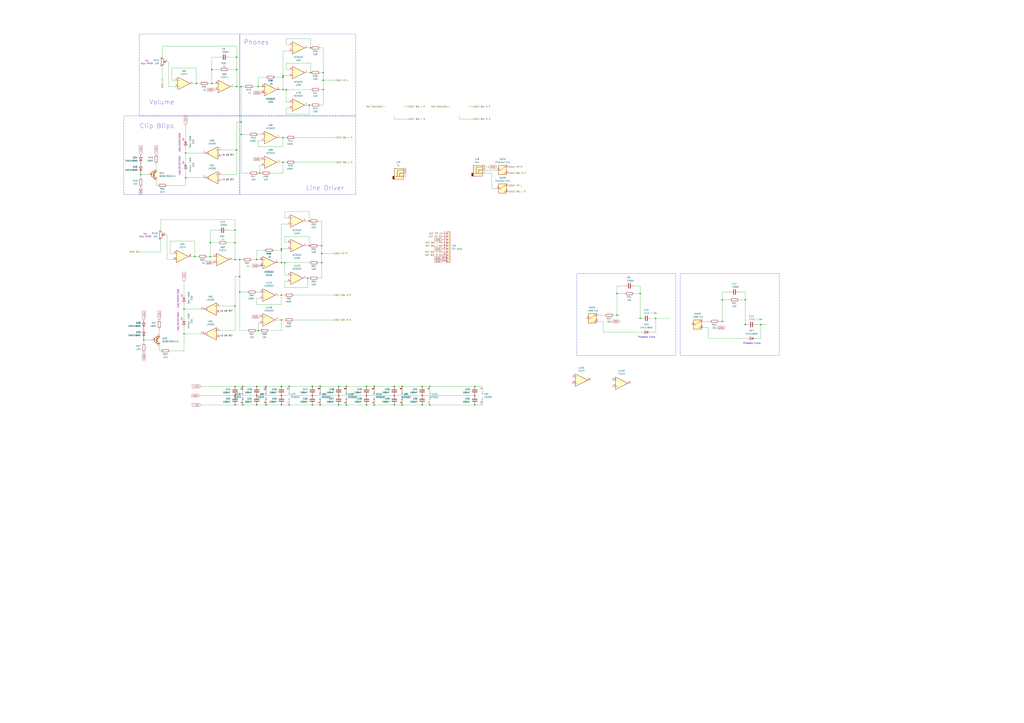
<source format=kicad_sch>
(kicad_sch (version 20231120) (generator "eeschema") (generator_version "8.0")
  (paper "A1")
  (title_block (title "Audio Thing Template") (rev "1.0") (company "velvia-fifty") (comment 1 "https://github.com/velvia-fifty/AudioThings") (comment 2 "You should have changed this already :)") (comment 4 "Stay humble"))
  (junction (at 307.34 317.5))
  (junction (at 231.14 332.74))
  (junction (at 196.85 227.33))
  (junction (at 538.48 261.62))
  (junction (at 264.16 215.9))
  (junction (at 278.13 332.74))
  (junction (at 213.36 142.24))
  (junction (at 307.34 332.74))
  (junction (at 210.82 332.74))
  (junction (at 284.48 317.5))
  (junction (at 346.71 325.12))
  (junction (at 300.99 317.5))
  (junction (at 198.12 110.49))
  (junction (at 525.78 261.62))
  (junction (at 193.04 189.23))
  (junction (at 152.4 125.73))
  (junction (at 193.04 317.5))
  (junction (at 612.14 246.38))
  (junction (at 196.85 213.36))
  (junction (at 264.16 201.93))
  (junction (at 231.14 325.12))
  (junction (at 194.31 46.99))
  (junction (at 330.2 332.74))
  (junction (at 389.89 317.5))
  (junction (at 194.31 57.15))
  (junction (at 172.72 210.82))
  (junction (at 194.31 71.12))
  (junction (at 234.95 73.66))
  (junction (at 193.04 199.39))
  (junction (at 256.54 317.5))
  (junction (at 237.49 317.5))
  (junction (at 330.2 317.5))
  (junction (at 262.89 332.74))
  (junction (at 593.09 246.38))
  (junction (at 231.14 242.57))
  (junction (at 160.02 210.82))
  (junction (at 262.89 317.5))
  (junction (at 193.04 251.46))
  (junction (at 210.82 325.12))
  (junction (at 264.16 208.28))
  (junction (at 212.09 71.12))
  (junction (at 256.54 332.74))
  (junction (at 151.13 274.32))
  (junction (at 237.49 332.74))
  (junction (at 323.85 317.5))
  (junction (at 115.57 143.51))
  (junction (at 624.84 266.7))
  (junction (at 218.44 317.5))
  (junction (at 278.13 317.5))
  (junction (at 232.41 62.23))
  (junction (at 254 201.93))
  (junction (at 265.43 73.66))
  (junction (at 232.41 63.5))
  (junction (at 210.82 317.5))
  (junction (at 323.85 325.12))
  (junction (at 232.41 73.66))
  (junction (at 196.85 240.03))
  (junction (at 212.09 271.78))
  (junction (at 612.14 266.7))
  (junction (at 199.39 332.74))
  (junction (at 173.99 68.58))
  (junction (at 256.54 325.12))
  (junction (at 231.14 204.47))
  (junction (at 231.14 215.9))
  (junction (at 525.78 241.3))
  (junction (at 353.06 317.5))
  (junction (at 194.31 123.19))
  (junction (at 389.89 332.74))
  (junction (at 161.29 68.58))
  (junction (at 265.43 59.69))
  (junction (at 198.12 100.33))
  (junction (at 255.27 59.69))
  (junction (at 118.11 279.4))
  (junction (at 198.12 71.12))
  (junction (at 254 86.36))
  (junction (at 199.39 317.5))
  (junction (at 193.04 213.36))
  (junction (at 346.71 332.74))
  (junction (at 278.13 325.12))
  (junction (at 151.13 254))
  (junction (at 346.71 317.5))
  (junction (at 506.73 241.3))
  (junction (at 231.14 317.5))
  (junction (at 284.48 332.74))
  (junction (at 218.44 332.74))
  (junction (at 353.06 332.74))
  (junction (at 232.41 113.03))
  (junction (at 300.99 332.74))
  (junction (at 173.99 57.15))
  (junction (at 323.85 332.74))
  (junction (at 152.4 146.05))
  (junction (at 506.73 259.08))
  (junction (at 254 181.61))
  (junction (at 210.82 213.36))
  (junction (at 232.41 133.35))
  (junction (at 593.09 264.16))
  (junction (at 252.73 228.6))
  (junction (at 265.43 66.04))
  (junction (at 172.72 199.39))
  (junction (at 231.14 205.74))
  (junction (at 255.27 39.37))
  (junction (at 193.04 332.74))
  (junction (at 389.89 325.12))
  (junction (at 233.68 215.9))
  (junction (at 193.04 325.12))
  (junction (at 231.14 262.89))
  (junction (at 300.99 325.12))
  (wire (pts (xy 612.14 246.38) (xy 612.14 240.03)))
  (wire (pts (xy 520.7 241.3) (xy 525.78 241.3)))
  (wire (pts (xy 199.39 317.5) (xy 210.82 317.5)))
  (wire (pts (xy 262.89 59.69) (xy 265.43 59.69)))
  (wire (pts (xy 254 215.9) (xy 233.68 215.9)))
  (wire (pts (xy 176.53 68.58) (xy 173.99 68.58)))
  (wire (pts (xy 264.16 215.9) (xy 261.62 215.9)))
  (wire (pts (xy 213.36 142.24) (xy 213.36 135.89)))
  (wire (pts (xy 173.99 46.99) (xy 173.99 57.15)))
  (wire (pts (xy 194.31 123.19) (xy 194.31 143.51)))
  (wire (pts (xy 237.49 62.23) (xy 232.41 62.23)))
  (wire (pts (xy 300.99 317.5) (xy 307.34 317.5)))
  (wire (pts (xy 135.89 193.04) (xy 137.16 193.04)))
  (wire (pts (xy 367.03 87.63) (xy 369.57 87.63)))
  (wire (pts (xy 165.1 317.5) (xy 193.04 317.5)))
  (wire (pts (xy 254 93.98) (xy 254 86.36)))
  (wire (pts (xy 233.68 215.9) (xy 233.68 226.06)))
  (wire (pts (xy 218.44 63.5) (xy 212.09 63.5)))
  (wire (pts (xy 377.19 97.79) (xy 377.19 95.25)))
  (wire (pts (xy 194.31 46.99) (xy 194.31 38.1)))
  (wire (pts (xy 255.27 39.37) (xy 255.27 31.75)))
  (wire (pts (xy 232.41 113.03) (xy 229.87 113.03)))
  (wire (pts (xy 265.43 73.66) (xy 265.43 66.04)))
  (wire (pts (xy 232.41 120.65) (xy 232.41 113.03)))
  (wire (pts (xy 613.41 266.7) (xy 612.14 266.7)))
  (wire (pts (xy 186.69 189.23) (xy 193.04 189.23)))
  (wire (pts (xy 128.27 134.62) (xy 128.27 138.43)))
  (wire (pts (xy 231.14 262.89) (xy 228.6 262.89)))
  (wire (pts (xy 265.43 73.66) (xy 262.89 73.66)))
  (wire (pts (xy 163.83 68.58) (xy 161.29 68.58)))
  (wire (pts (xy 118.11 278.13) (xy 118.11 279.4)))
  (wire (pts (xy 346.71 317.5) (xy 353.06 317.5)))
  (wire (pts (xy 265.43 59.69) (xy 265.43 66.04)))
  (wire (pts (xy 193.04 189.23) (xy 193.04 180.34)))
  (wire (pts (xy 335.28 97.79) (xy 323.85 97.79)))
  (wire (pts (xy 213.36 135.89) (xy 214.63 135.89)))
  (wire (pts (xy 139.7 208.28) (xy 139.7 198.12)))
  (wire (pts (xy 621.03 278.13) (xy 624.84 278.13)))
  (wire (pts (xy 213.36 245.11) (xy 210.82 245.11)))
  (wire (pts (xy 255.27 52.07) (xy 255.27 59.69)))
  (wire (pts (xy 262.89 86.36) (xy 265.43 86.36)))
  (wire (pts (xy 307.34 317.5) (xy 323.85 317.5)))
  (wire (pts (xy 115.57 146.05) (xy 115.57 143.51)))
  (wire (pts (xy 196.85 213.36) (xy 199.39 213.36)))
  (wire (pts (xy 224.79 205.74) (xy 231.14 205.74)))
  (wire (pts (xy 173.99 57.15) (xy 180.34 57.15)))
  (wire (pts (xy 323.85 97.79) (xy 323.85 95.25)))
  (wire (pts (xy 138.43 50.8) (xy 138.43 71.12)))
  (wire (pts (xy 193.04 213.36) (xy 196.85 213.36)))
  (wire (pts (xy 527.05 273.05) (xy 495.3 273.05)))
  (wire (pts (xy 214.63 115.57) (xy 212.09 115.57)))
  (wire (pts (xy 599.44 240.03) (xy 593.09 240.03)))
  (wire (pts (xy 199.39 332.74) (xy 210.82 332.74)))
  (wire (pts (xy 193.04 189.23) (xy 193.04 199.39)))
  (wire (pts (xy 181.61 123.19) (xy 194.31 123.19)))
  (wire (pts (xy 132.08 196.85) (xy 132.08 207.01)))
  (wire (pts (xy 172.72 189.23) (xy 172.72 199.39)))
  (wire (pts (xy 236.22 231.14) (xy 233.68 231.14)))
  (wire (pts (xy 218.44 332.74) (xy 231.14 332.74)))
  (wire (pts (xy 256.54 317.5) (xy 262.89 317.5)))
  (wire (pts (xy 264.16 201.93) (xy 264.16 208.28)))
  (wire (pts (xy 252.73 228.6) (xy 251.46 228.6)))
  (wire (pts (xy 234.95 88.9) (xy 234.95 93.98)))
  (wire (pts (xy 236.22 199.39) (xy 233.68 199.39)))
  (wire (pts (xy 231.14 271.78) (xy 231.14 262.89)))
  (wire (pts (xy 233.68 231.14) (xy 233.68 236.22)))
  (wire (pts (xy 151.13 288.29) (xy 151.13 274.32)))
  (wire (pts (xy 262.89 317.5) (xy 278.13 317.5)))
  (wire (pts (xy 214.63 142.24) (xy 213.36 142.24)))
  (wire (pts (xy 140.97 55.88) (xy 161.29 55.88)))
  (wire (pts (xy 506.73 234.95) (xy 506.73 241.3)))
  (wire (pts (xy 130.81 270.51) (xy 130.81 274.32)))
  (wire (pts (xy 242.57 113.03) (xy 275.59 113.03)))
  (wire (pts (xy 330.2 332.74) (xy 346.71 332.74)))
  (wire (pts (xy 231.14 205.74) (xy 231.14 215.9)))
  (wire (pts (xy 180.34 46.99) (xy 173.99 46.99)))
  (wire (pts (xy 254 181.61) (xy 254 173.99)))
  (wire (pts (xy 278.13 332.74) (xy 284.48 332.74)))
  (wire (pts (xy 193.04 325.12) (xy 210.82 325.12)))
  (wire (pts (xy 231.14 250.19) (xy 231.14 242.57)))
  (wire (pts (xy 506.73 241.3) (xy 506.73 259.08)))
  (wire (pts (xy 194.31 71.12) (xy 191.77 71.12)))
  (wire (pts (xy 254 194.31) (xy 254 201.93)))
  (wire (pts (xy 132.08 180.34) (xy 132.08 189.23)))
  (wire (pts (xy 165.1 332.74) (xy 193.04 332.74)))
  (wire (pts (xy 353.06 332.74) (xy 389.89 332.74)))
  (wire (pts (xy 513.08 241.3) (xy 506.73 241.3)))
  (wire (pts (xy 161.29 55.88) (xy 161.29 68.58)))
  (wire (pts (xy 254 228.6) (xy 252.73 228.6)))
  (wire (pts (xy 237.49 88.9) (xy 234.95 88.9)))
  (wire (pts (xy 222.25 142.24) (xy 232.41 142.24)))
  (wire (pts (xy 264.16 215.9) (xy 264.16 208.28)))
  (wire (pts (xy 231.14 184.15) (xy 231.14 204.47)))
  (wire (pts (xy 115.57 143.51) (xy 120.65 143.51)))
  (wire (pts (xy 504.19 259.08) (xy 506.73 259.08)))
  (wire (pts (xy 232.41 142.24) (xy 232.41 133.35)))
  (wire (pts (xy 300.99 332.74) (xy 307.34 332.74)))
  (wire (pts (xy 232.41 62.23) (xy 232.41 63.5)))
  (wire (pts (xy 254 201.93) (xy 251.46 201.93)))
  (wire (pts (xy 187.96 46.99) (xy 194.31 46.99)))
  (wire (pts (xy 262.89 332.74) (xy 278.13 332.74)))
  (wire (pts (xy 407.67 154.94) (xy 403.86 154.94)))
  (wire (pts (xy 229.87 73.66) (xy 232.41 73.66)))
  (wire (pts (xy 534.67 261.62) (xy 538.48 261.62)))
  (wire (pts (xy 180.34 271.78) (xy 193.04 271.78)))
  (wire (pts (xy 346.71 325.12) (xy 389.89 325.12)))
  (wire (pts (xy 398.78 142.24) (xy 403.86 142.24)))
  (wire (pts (xy 256.54 332.74) (xy 262.89 332.74)))
  (wire (pts (xy 210.82 245.11) (xy 210.82 250.19)))
  (wire (pts (xy 160.02 210.82) (xy 157.48 210.82)))
  (wire (pts (xy 139.7 198.12) (xy 160.02 198.12)))
  (wire (pts (xy 194.31 57.15) (xy 194.31 71.12)))
  (wire (pts (xy 233.68 236.22) (xy 252.73 236.22)))
  (wire (pts (xy 255.27 86.36) (xy 254 86.36)))
  (wire (pts (xy 203.2 271.78) (xy 196.85 271.78)))
  (wire (pts (xy 137.16 50.8) (xy 138.43 50.8)))
  (wire (pts (xy 527.05 261.62) (xy 525.78 261.62)))
  (wire (pts (xy 212.09 271.78) (xy 212.09 265.43)))
  (wire (pts (xy 265.43 66.04) (xy 275.59 66.04)))
  (wire (pts (xy 231.14 317.5) (xy 237.49 317.5)))
  (wire (pts (xy 128.27 152.4) (xy 128.27 148.59)))
  (wire (pts (xy 212.09 71.12) (xy 214.63 71.12)))
  (wire (pts (xy 198.12 71.12) (xy 200.66 71.12)))
  (wire (pts (xy 388.62 97.79) (xy 377.19 97.79)))
  (wire (pts (xy 323.85 332.74) (xy 330.2 332.74)))
  (wire (pts (xy 577.85 264.16) (xy 582.93 264.16)))
  (wire (pts (xy 163.83 325.12) (xy 193.04 325.12)))
  (wire (pts (xy 152.4 125.73) (xy 152.4 133.35)))
  (wire (pts (xy 264.16 201.93) (xy 264.16 181.61)))
  (wire (pts (xy 233.68 199.39) (xy 233.68 194.31)))
  (wire (pts (xy 234.95 73.66) (xy 234.95 83.82)))
  (wire (pts (xy 212.09 265.43) (xy 213.36 265.43)))
  (wire (pts (xy 265.43 86.36) (xy 265.43 73.66)))
  (wire (pts (xy 161.29 68.58) (xy 158.75 68.58)))
  (wire (pts (xy 210.82 332.74) (xy 218.44 332.74)))
  (wire (pts (xy 214.63 110.49) (xy 212.09 110.49)))
  (wire (pts (xy 234.95 113.03) (xy 232.41 113.03)))
  (wire (pts (xy 237.49 317.5) (xy 256.54 317.5)))
  (wire (pts (xy 175.26 210.82) (xy 172.72 210.82)))
  (wire (pts (xy 621.03 266.7) (xy 624.84 266.7)))
  (wire (pts (xy 255.27 31.75) (xy 234.95 31.75)))
  (wire (pts (xy 234.95 93.98) (xy 254 93.98)))
  (wire (pts (xy 226.06 63.5) (xy 232.41 63.5)))
  (wire (pts (xy 210.82 325.12) (xy 231.14 325.12)))
  (wire (pts (xy 593.09 246.38) (xy 593.09 264.16)))
  (wire (pts (xy 115.57 142.24) (xy 115.57 143.51)))
  (wire (pts (xy 525.78 261.62) (xy 525.78 241.3)))
  (wire (pts (xy 590.55 264.16) (xy 593.09 264.16)))
  (wire (pts (xy 151.13 231.14) (xy 151.13 242.57)))
  (wire (pts (xy 624.84 278.13) (xy 624.84 266.7)))
  (wire (pts (xy 198.12 110.49) (xy 198.12 142.24)))
  (wire (pts (xy 152.4 146.05) (xy 166.37 146.05)))
  (wire (pts (xy 160.02 198.12) (xy 160.02 210.82)))
  (wire (pts (xy 254 86.36) (xy 252.73 86.36)))
  (wire (pts (xy 143.51 66.04) (xy 140.97 66.04)))
  (wire (pts (xy 232.41 63.5) (xy 232.41 73.66)))
  (wire (pts (xy 208.28 71.12) (xy 212.09 71.12)))
  (wire (pts (xy 193.04 317.5) (xy 199.39 317.5)))
  (wire (pts (xy 137.16 193.04) (xy 137.16 213.36)))
  (wire (pts (xy 233.68 226.06) (xy 236.22 226.06)))
  (wire (pts (xy 204.47 142.24) (xy 198.12 142.24)))
  (wire (pts (xy 538.48 273.05) (xy 538.48 261.62)))
  (wire (pts (xy 534.67 273.05) (xy 538.48 273.05)))
  (wire (pts (xy 513.08 234.95) (xy 506.73 234.95)))
  (wire (pts (xy 323.85 317.5) (xy 330.2 317.5)))
  (wire (pts (xy 313.69 87.63) (xy 316.23 87.63)))
  (wire (pts (xy 612.14 240.03) (xy 607.06 240.03)))
  (wire (pts (xy 233.68 242.57) (xy 231.14 242.57)))
  (wire (pts (xy 612.14 266.7) (xy 612.14 246.38)))
  (wire (pts (xy 152.4 146.05) (xy 152.4 152.4)))
  (wire (pts (xy 495.3 264.16) (xy 491.49 264.16)))
  (wire (pts (xy 152.4 121.92) (xy 152.4 125.73)))
  (wire (pts (xy 241.3 262.89) (xy 274.32 262.89)))
  (wire (pts (xy 624.84 266.7) (xy 629.92 266.7)))
  (wire (pts (xy 193.04 227.33) (xy 196.85 227.33)))
  (wire (pts (xy 172.72 199.39) (xy 172.72 210.82)))
  (wire (pts (xy 525.78 261.62) (xy 524.51 261.62)))
  (wire (pts (xy 151.13 250.19) (xy 151.13 254)))
  (wire (pts (xy 284.48 332.74) (xy 300.99 332.74)))
  (wire (pts (xy 284.48 317.5) (xy 300.99 317.5)))
  (wire (pts (xy 138.43 71.12) (xy 143.51 71.12)))
  (wire (pts (xy 210.82 250.19) (xy 231.14 250.19)))
  (wire (pts (xy 265.43 59.69) (xy 265.43 39.37)))
  (wire (pts (xy 389.89 332.74) (xy 396.24 332.74)))
  (wire (pts (xy 118.11 279.4) (xy 123.19 279.4)))
  (wire (pts (xy 252.73 39.37) (xy 255.27 39.37)))
  (wire (pts (xy 233.68 179.07) (xy 236.22 179.07)))
  (wire (pts (xy 181.61 143.51) (xy 194.31 143.51)))
  (wire (pts (xy 278.13 317.5) (xy 284.48 317.5)))
  (wire (pts (xy 193.04 332.74) (xy 199.39 332.74)))
  (wire (pts (xy 265.43 39.37) (xy 262.89 39.37)))
  (wire (pts (xy 595.63 264.16) (xy 593.09 264.16)))
  (wire (pts (xy 607.06 246.38) (xy 612.14 246.38)))
  (wire (pts (xy 196.85 213.36) (xy 196.85 227.33)))
  (wire (pts (xy 130.81 288.29) (xy 130.81 284.48)))
  (wire (pts (xy 213.36 271.78) (xy 212.09 271.78)))
  (wire (pts (xy 193.04 180.34) (xy 132.08 180.34)))
  (wire (pts (xy 256.54 325.12) (xy 278.13 325.12)))
  (wire (pts (xy 234.95 36.83) (xy 237.49 36.83)))
  (wire (pts (xy 152.4 140.97) (xy 152.4 146.05)))
  (wire (pts (xy 346.71 332.74) (xy 353.06 332.74)))
  (wire (pts (xy 232.41 133.35) (xy 234.95 133.35)))
  (wire (pts (xy 398.78 139.7) (xy 407.67 139.7)))
  (wire (pts (xy 264.16 208.28) (xy 274.32 208.28)))
  (wire (pts (xy 307.34 332.74) (xy 323.85 332.74)))
  (wire (pts (xy 261.62 201.93) (xy 264.16 201.93)))
  (wire (pts (xy 139.7 288.29) (xy 151.13 288.29)))
  (wire (pts (xy 525.78 241.3) (xy 525.78 234.95)))
  (wire (pts (xy 389.89 317.5) (xy 396.24 317.5)))
  (wire (pts (xy 581.66 278.13) (xy 581.66 269.24)))
  (wire (pts (xy 538.48 261.62) (xy 549.91 261.62)))
  (wire (pts (xy 251.46 181.61) (xy 254 181.61)))
  (wire (pts (xy 234.95 52.07) (xy 255.27 52.07)))
  (wire (pts (xy 172.72 210.82) (xy 170.18 210.82)))
  (wire (pts (xy 236.22 184.15) (xy 231.14 184.15)))
  (wire (pts (xy 255.27 59.69) (xy 252.73 59.69)))
  (wire (pts (xy 172.72 199.39) (xy 179.07 199.39)))
  (wire (pts (xy 193.04 213.36) (xy 190.5 213.36)))
  (wire (pts (xy 129.54 152.4) (xy 128.27 152.4)))
  (wire (pts (xy 241.3 242.57) (xy 274.32 242.57)))
  (wire (pts (xy 212.09 120.65) (xy 232.41 120.65)))
  (wire (pts (xy 132.08 288.29) (xy 130.81 288.29)))
  (wire (pts (xy 261.62 228.6) (xy 264.16 228.6)))
  (wire (pts (xy 236.22 204.47) (xy 231.14 204.47)))
  (wire (pts (xy 194.31 38.1) (xy 133.35 38.1)))
  (wire (pts (xy 193.04 227.33) (xy 193.04 251.46)))
  (wire (pts (xy 196.85 227.33) (xy 196.85 240.03)))
  (wire (pts (xy 133.35 54.61) (xy 133.35 64.77)))
  (wire (pts (xy 264.16 181.61) (xy 261.62 181.61)))
  (wire (pts (xy 491.49 259.08) (xy 496.57 259.08)))
  (wire (pts (xy 210.82 271.78) (xy 212.09 271.78)))
  (wire (pts (xy 233.68 173.99) (xy 233.68 179.07)))
  (wire (pts (xy 207.01 213.36) (xy 210.82 213.36)))
  (wire (pts (xy 151.13 254) (xy 151.13 261.62)))
  (wire (pts (xy 140.97 66.04) (xy 140.97 55.88)))
  (wire (pts (xy 525.78 234.95) (xy 520.7 234.95)))
  (wire (pts (xy 173.99 57.15) (xy 173.99 68.58)))
  (wire (pts (xy 335.28 87.63) (xy 331.47 87.63)))
  (wire (pts (xy 228.6 215.9) (xy 231.14 215.9)))
  (wire (pts (xy 194.31 71.12) (xy 198.12 71.12)))
  (wire (pts (xy 173.99 68.58) (xy 171.45 68.58)))
  (wire (pts (xy 218.44 317.5) (xy 231.14 317.5)))
  (wire (pts (xy 612.14 266.7) (xy 610.87 266.7)))
  (wire (pts (xy 237.49 332.74) (xy 256.54 332.74)))
  (wire (pts (xy 232.41 73.66) (xy 234.95 73.66)))
  (wire (pts (xy 231.14 332.74) (xy 237.49 332.74)))
  (wire (pts (xy 198.12 100.33) (xy 194.31 100.33)))
  (wire (pts (xy 234.95 83.82) (xy 237.49 83.82)))
  (wire (pts (xy 217.17 205.74) (xy 210.82 205.74)))
  (wire (pts (xy 118.11 281.94) (xy 118.11 279.4)))
  (wire (pts (xy 232.41 133.35) (xy 229.87 133.35)))
  (wire (pts (xy 323.85 325.12) (xy 346.71 325.12)))
  (wire (pts (xy 234.95 31.75) (xy 234.95 36.83)))
  (wire (pts (xy 330.2 317.5) (xy 346.71 317.5)))
  (wire (pts (xy 210.82 213.36) (xy 213.36 213.36)))
  (wire (pts (xy 509.27 259.08) (xy 506.73 259.08)))
  (wire (pts (xy 388.62 87.63) (xy 384.81 87.63)))
  (wire (pts (xy 231.14 215.9) (xy 233.68 215.9)))
  (wire (pts (xy 599.44 246.38) (xy 593.09 246.38)))
  (wire (pts (xy 233.68 194.31) (xy 254 194.31)))
  (wire (pts (xy 237.49 57.15) (xy 234.95 57.15)))
  (wire (pts (xy 198.12 110.49) (xy 204.47 110.49)))
  (wire (pts (xy 152.4 125.73) (xy 166.37 125.73)))
  (wire (pts (xy 198.12 71.12) (xy 198.12 100.33)))
  (wire (pts (xy 151.13 254) (xy 165.1 254)))
  (wire (pts (xy 231.14 242.57) (xy 228.6 242.57)))
  (wire (pts (xy 162.56 210.82) (xy 160.02 210.82)))
  (wire (pts (xy 264.16 228.6) (xy 264.16 215.9)))
  (wire (pts (xy 193.04 251.46) (xy 193.04 271.78)))
  (wire (pts (xy 300.99 325.12) (xy 323.85 325.12)))
  (wire (pts (xy 593.09 240.03) (xy 593.09 246.38)))
  (wire (pts (xy 242.57 133.35) (xy 275.59 133.35)))
  (wire (pts (xy 613.41 278.13) (xy 581.66 278.13)))
  (wire (pts (xy 220.98 271.78) (xy 231.14 271.78)))
  (wire (pts (xy 353.06 317.5) (xy 389.89 317.5)))
  (wire (pts (xy 151.13 269.24) (xy 151.13 274.32)))
  (wire (pts (xy 196.85 240.03) (xy 203.2 240.03)))
  (wire (pts (xy 213.36 240.03) (xy 210.82 240.03)))
  (wire (pts (xy 193.04 199.39) (xy 193.04 213.36)))
  (wire (pts (xy 194.31 100.33) (xy 194.31 123.19)))
  (wire (pts (xy 231.14 262.89) (xy 233.68 262.89)))
  (wire (pts (xy 133.35 38.1) (xy 133.35 46.99)))
  (wire (pts (xy 234.95 57.15) (xy 234.95 52.07)))
  (wire (pts (xy 194.31 46.99) (xy 194.31 57.15)))
  (wire (pts (xy 210.82 205.74) (xy 210.82 213.36)))
  (wire (pts (xy 212.09 115.57) (xy 212.09 120.65)))
  (wire (pts (xy 187.96 57.15) (xy 194.31 57.15)))
  (wire (pts (xy 495.3 273.05) (xy 495.3 264.16)))
  (wire (pts (xy 278.13 325.12) (xy 300.99 325.12)))
  (wire (pts (xy 398.78 137.16) (xy 401.32 137.16)))
  (wire (pts (xy 186.69 199.39) (xy 193.04 199.39)))
  (wire (pts (xy 152.4 102.87) (xy 152.4 114.3)))
  (wire (pts (xy 210.82 317.5) (xy 218.44 317.5)))
  (wire (pts (xy 231.14 204.47) (xy 231.14 205.74)))
  (wire (pts (xy 137.16 213.36) (xy 142.24 213.36)))
  (wire (pts (xy 179.07 189.23) (xy 172.72 189.23)))
  (wire (pts (xy 254 173.99) (xy 233.68 173.99)))
  (wire (pts (xy 255.27 73.66) (xy 234.95 73.66)))
  (wire (pts (xy 581.66 269.24) (xy 577.85 269.24)))
  (wire (pts (xy 137.16 152.4) (xy 152.4 152.4)))
  (wire (pts (xy 142.24 208.28) (xy 139.7 208.28)))
  (wire (pts (xy 180.34 251.46) (xy 193.04 251.46)))
  (wire (pts (xy 151.13 274.32) (xy 165.1 274.32)))
  (wire (pts (xy 237.49 41.91) (xy 232.41 41.91)))
  (wire (pts (xy 232.41 41.91) (xy 232.41 62.23)))
  (wire (pts (xy 252.73 236.22) (xy 252.73 228.6)))
  (wire (pts (xy 114.3 207.01) (xy 132.08 207.01)))
  (wire (pts (xy 198.12 100.33) (xy 198.12 110.49)))
  (wire (pts (xy 231.14 325.12) (xy 256.54 325.12)))
  (wire (pts (xy 196.85 240.03) (xy 196.85 271.78)))
  (wire (pts (xy 212.09 142.24) (xy 213.36 142.24)))
  (wire (pts (xy 212.09 63.5) (xy 212.09 71.12)))
  (wire (pts (xy 403.86 154.94) (xy 403.86 142.24)))
  (rectangle (start 196.85 95.25) (end 292.1 160.02) (stroke (width 0) (type dash)))
  (rectangle (start 558.8 224.79) (end 640.08 292.1) (stroke (width 0) (type dash)))
  (rectangle (start 196.85 27.94) (end 292.1 95.25) (stroke (width 0) (type dash)))
  (rectangle (start 114.3 27.94) (end 196.85 95.25) (stroke (width 0) (type dash)))
  (rectangle (start 473.71 224.79) (end 554.99 292.1) (stroke (width 0) (type dash)))
  (rectangle (start 101.6 95.25) (end 196.85 160.02) (stroke (width 0) (type dash)))
  (text "Phones" (at 210.566 34.798 0) (effects (font (size 3.81 3.81))))
  (text "Clip Blips" (at 128.778 103.632 0) (effects (font (size 3.81 3.81))))
  (text "Probably Extra" (at 531.114 277.114 0) (effects (font (size 1.27 1.27))))
  (text "Line Driver" (at 266.954 154.686 0) (effects (font (size 3.81 3.81))))
  (text "Volume" (at 132.842 84.074 0) (effects (font (size 3.81 3.81))))
  (text "Probably Extra" (at 617.474 282.194 0) (effects (font (size 1.27 1.27))))
  (label "+3 dB REF" (at 181.61 148.59 0))
  (label "+6 dB REF" (at 181.61 128.27 0))
  (label "+3 dB REF" (at 180.34 276.86 0))
  (label "+6 dB REF" (at 180.34 256.54 0))
  (global_label "GND" (shape input) (at 363.22 214.63 180) (property "Intersheetrefs" "${INTERSHEET_REFS}" (effects (hide yes))))
  (global_label "-12v" (shape input) (at 151.13 231.14 90) (property "Intersheetrefs" "${INTERSHEET_REFS}" (effects (hide yes))))
  (global_label "GND" (shape input) (at 509.27 264.16 180) (property "Intersheetrefs" "${INTERSHEET_REFS}" (effects (hide yes))))
  (global_label "GND" (shape input) (at 595.63 269.24 180) (property "Intersheetrefs" "${INTERSHEET_REFS}" (effects (hide yes))))
  (global_label "-12v" (shape input) (at 165.1 332.74 180) (property "Intersheetrefs" "${INTERSHEET_REFS}" (effects (hide yes))))
  (global_label "GND" (shape input) (at 363.22 204.47 180) (property "Intersheetrefs" "${INTERSHEET_REFS}" (effects (hide yes))))
  (global_label "GND" (shape input) (at 118.11 289.56 270) (property "Intersheetrefs" "${INTERSHEET_REFS}" (effects (hide yes))))
  (global_label "GND" (shape input) (at 214.63 76.2 180) (property "Intersheetrefs" "${INTERSHEET_REFS}" (effects (hide yes))))
  (global_label "GND" (shape input) (at 175.26 215.9 180) (property "Intersheetrefs" "${INTERSHEET_REFS}" (effects (hide yes))))
  (global_label "-12v" (shape input) (at 152.4 102.87 90) (property "Intersheetrefs" "${INTERSHEET_REFS}" (effects (hide yes))))
  (global_label "GND" (shape input) (at 214.63 130.81 180) (property "Intersheetrefs" "${INTERSHEET_REFS}" (effects (hide yes))))
  (global_label "GND" (shape input) (at 213.36 218.44 180) (property "Intersheetrefs" "${INTERSHEET_REFS}" (effects (hide yes))))
  (global_label "+12v" (shape input) (at 118.11 262.89 90) (property "Intersheetrefs" "${INTERSHEET_REFS}" (effects (hide yes))))
  (global_label "GND" (shape input) (at 363.22 212.09 180) (property "Intersheetrefs" "${INTERSHEET_REFS}" (effects (hide yes))))
  (global_label "GND" (shape input) (at 363.22 196.85 180) (property "Intersheetrefs" "${INTERSHEET_REFS}" (effects (hide yes))))
  (global_label "GND" (shape input) (at 176.53 73.66 180) (property "Intersheetrefs" "${INTERSHEET_REFS}" (effects (hide yes))))
  (global_label "+12v" (shape input) (at 115.57 127 90) (property "Intersheetrefs" "${INTERSHEET_REFS}" (effects (hide yes))))
  (global_label "+12v" (shape input) (at 130.81 262.89 90) (property "Intersheetrefs" "${INTERSHEET_REFS}" (effects (hide yes))))
  (global_label "GND" (shape input) (at 401.32 137.16 0) (property "Intersheetrefs" "${INTERSHEET_REFS}" (effects (hide yes))))
  (global_label "GND" (shape input) (at 213.36 260.35 180) (property "Intersheetrefs" "${INTERSHEET_REFS}" (effects (hide yes))))
  (global_label "GND" (shape input) (at 115.57 153.67 270) (property "Intersheetrefs" "${INTERSHEET_REFS}" (effects (hide yes))))
  (global_label "+12v" (shape input) (at 128.27 127 90) (property "Intersheetrefs" "${INTERSHEET_REFS}" (effects (hide yes))))
  (global_label "GND" (shape input) (at 163.83 325.12 180) (property "Intersheetrefs" "${INTERSHEET_REFS}" (effects (hide yes))))
  (global_label "+12v" (shape input) (at 165.1 317.5 180) (property "Intersheetrefs" "${INTERSHEET_REFS}" (effects (hide yes))))
  (hierarchical_label "OUT BAL L N" (shape input) (at 275.59 133.35 0))
  (hierarchical_label "OUT HP L" (shape input) (at 363.22 191.77 180))
  (hierarchical_label "OUT BAL R N" (shape input) (at 363.22 209.55 180))
  (hierarchical_label "OUT BAL L N" (shape input) (at 363.22 201.93 180))
  (hierarchical_label "OUT BAL R N" (shape input) (at 388.62 97.79 0))
  (hierarchical_label "OUT HP L" (shape input) (at 417.83 152.4 0))
  (hierarchical_label "OUT BAL R P" (shape input) (at 388.62 87.63 0))
  (hierarchical_label "OUT BAL R P" (shape input) (at 274.32 242.57 0))
  (hierarchical_label "OUT BAL L P" (shape input) (at 363.22 199.39 180))
  (hierarchical_label "OUT BAL R P" (shape input) (at 363.22 207.01 180))
  (hierarchical_label "OUT BAL L P" (shape input) (at 335.28 87.63 0))
  (hierarchical_label "OUT BAL L P" (shape input) (at 275.59 113.03 0))
  (hierarchical_label "OUT HP R" (shape input) (at 274.32 208.28 0))
  (hierarchical_label "MON R" (shape input) (at 114.3 207.01 180))
  (hierarchical_label "OUT SHIELD" (shape input) (at 313.69 87.63 180))
  (hierarchical_label "OUT BAL R P" (shape input) (at 417.83 142.24 0))
  (hierarchical_label "OUT BAL L P" (shape input) (at 417.83 157.48 0))
  (hierarchical_label "MON L" (shape input) (at 133.35 64.77 270))
  (hierarchical_label "OUT BAL R N" (shape input) (at 274.32 262.89 0))
  (hierarchical_label "OUT HP R" (shape input) (at 417.83 137.16 0))
  (hierarchical_label "OUT HP R" (shape input) (at 363.22 194.31 180))
  (hierarchical_label "OUT BAL L N" (shape input) (at 335.28 97.79 0))
  (hierarchical_label "OUT HP L" (shape input) (at 275.59 66.04 0))
  (hierarchical_label "OUT SHIELD" (shape input) (at 367.03 87.63 180))
  (symbol (lib_id "Amplifier_Operational:NE5532") (at 220.98 262.89 0) (unit 2)
    (property "Reference" "U12" (at 220.98 252.73 0))
    (property "Value" "NE5532" (at 220.98 255.27 0))
    (property "Footprint" "Package_SO:SOIC-8_3.9x4.9mm_P1.27mm" (effects (hide yes)))
    (property "Datasheet" "http://www.ti.com/lit/ds/symlink/ne5532.pdf" (effects (hide yes)))
    (property "Description" "Dual Low-Noise Operational Amplifiers, DIP-8/SOIC-8" (effects (hide yes)))
  )
  (symbol (lib_id "Device:R") (at 118.11 285.75 0) (mirror x) (unit 1)
    (property "Reference" "R57" (at 115.6516 284.4799 0) (effects (justify right)))
    (property "Value" "22k" (at 115.6516 287.0199 0) (effects (justify right)))
    (property "Footprint" "Resistor_SMD:R_0805_2012Metric_Pad1.20x1.40mm_HandSolder" (effects (hide yes)))
    (property "Description" "Resistor" (effects (hide yes)))
  )
  (symbol (lib_id "Device:R") (at 257.81 228.6 270) (mirror x) (unit 1)
    (property "Reference" "R63" (at 259.588 231.394 90) (effects (justify right)))
    (property "Value" "10R" (at 259.588 233.934 90) (effects (justify right)))
    (property "Footprint" "Resistor_SMD:R_0805_2012Metric_Pad1.20x1.40mm_HandSolder" (effects (hide yes)))
    (property "Description" "Resistor" (effects (hide yes)))
  )
  (symbol (lib_id "Device:C") (at 323.85 321.31 0) (mirror x) (unit 1)
    (property "Reference" "C20" (at 320.04 320.0399 0) (effects (justify right)))
    (property "Value" "100nF" (at 320.04 322.5799 0) (effects (justify right)))
    (property "Footprint" "Capacitor_SMD:C_0805_2012Metric_Pad1.18x1.45mm_HandSolder" (effects (hide yes)))
    (property "Description" "Unpolarized capacitor" (effects (hide yes)))
  )
  (symbol (lib_id "PCM_Transistor_BJT_AKL:BC857BDW1Ts") (at 127 143.51 0) (unit 1)
    (property "Reference" "Q2" (at 130.81 142.2399 0) (effects (justify left)))
    (property "Value" "BC857BDW1Ts" (at 130.81 144.7799 0) (effects (justify left)))
    (property "Footprint" "PCM_Package_TO_SOT_SMD_AKL:SOT-363_SC-70-6" (effects (hide yes)))
    (property "Datasheet" "https://www.tme.eu/Document/e738dc29aefafc27c1c2508e6e1d517d/BC856UE6327.pdf" (effects (hide yes)))
    (property "Description" "Dual PNP SOT-363 transistor, 45V, 100mA, 250mW, Alternate KiCAD Library" (effects (hide yes)))
  )
  (symbol (lib_id "Amplifier_Operational:TL074") (at 477.52 312.42 0) (mirror x) (unit 3)
    (property "Reference" "U13" (at 477.52 302.26 0))
    (property "Value" "TL074" (at 477.52 304.8 0))
    (property "Footprint" "Package_SO:TSSOP-14_4.4x5mm_P0.65mm" (effects (hide yes)))
    (property "Datasheet" "http://www.ti.com/lit/ds/symlink/tl071.pdf" (effects (hide yes)))
    (property "Description" "Quad Low-Noise JFET-Input Operational Amplifiers, DIP-14/SOIC-14" (effects (hide yes)))
  )
  (symbol (lib_id "Device:LED") (at 152.4 118.11 270) (unit 1)
    (property "Reference" "D23" (at 158.75 116.5225 0))
    (property "Value" "Red +6dB" (at 156.21 116.5225 0))
    (property "Footprint" "AT-Footprints:WL-SMRD_1205" (effects (hide yes)))
    (property "Description" "Light emitting diode" (effects (hide yes)))
    (property "Field5" "156125RS57000" (at 147.574 117.094 0) (effects (font (italic yes))))
  )
  (symbol (lib_id "Device:R_Potentiometer_Dual_Separate") (at 132.08 193.04 0) (unit 2)
    (property "Reference" "RV4" (at 129.54 191.7699 0) (effects (justify right)))
    (property "Value" "10k" (at 129.54 194.3099 0) (effects (justify right)))
    (property "Footprint" "AT-Footprints:2hp_Alps_RK09L_Double_Vertical" (effects (hide yes)))
    (property "Description" "Dual potentiometer, separate units" (effects (hide yes)))
    (property "Field5" "Alps RK09" (at 119.126 194.31 0) (effects (font (italic yes))))
    (property "Field6" "Vol" (at 119.126 192.024 0) (effects (font (italic yes))))
  )
  (symbol (lib_id "Switch:SW_DPDT_x2") (at 412.75 154.94 0) (unit 2)
    (property "Reference" "SW3" (at 412.75 146.05 0))
    (property "Value" "Phones/Line" (at 412.75 148.59 0))
    (property "Footprint" "Button_Switch_THT:SW_Push_2P2T_Toggle_CK_PVA2xxH4xxxxxxV2" (effects (hide yes)))
    (property "Description" "Switch, dual pole double throw, separate symbols" (effects (hide yes)))
  )
  (symbol (lib_id "Amplifier_Operational:TL074") (at 510.54 314.96 0) (mirror x) (unit 4)
    (property "Reference" "U13" (at 510.54 304.8 0))
    (property "Value" "TL074" (at 510.54 307.34 0))
    (property "Footprint" "Package_SO:TSSOP-14_4.4x5mm_P0.65mm" (effects (hide yes)))
    (property "Datasheet" "http://www.ti.com/lit/ds/symlink/tl071.pdf" (effects (hide yes)))
    (property "Description" "Quad Low-Noise JFET-Input Operational Amplifiers, DIP-14/SOIC-14" (effects (hide yes)))
  )
  (symbol (lib_id "AT-Symbols:FFC_8pin_SH") (at 368.3 201.93 0) (unit 1)
    (property "Reference" "J16" (at 370.84 201.9299 0) (effects (justify left)))
    (property "Value" "EXT Outs" (at 370.84 204.4699 0) (effects (justify left)))
    (property "Footprint" "AT-Footprints:AMPHENOL_F33B-1A7Q1-E8C08" (effects (hide yes)))
    (property "Description" "Generic connector, single row, 01x10, script generated (kicad-library-utils/schlib/autogen/connector/)" (effects (hide yes)))
  )
  (symbol (lib_id "Device:R") (at 259.08 59.69 270) (mirror x) (unit 1)
    (property "Reference" "R36" (at 260.858 62.484 90) (effects (justify right)))
    (property "Value" "10R" (at 260.858 65.024 90) (effects (justify right)))
    (property "Footprint" "Resistor_SMD:R_0805_2012Metric_Pad1.20x1.40mm_HandSolder" (effects (hide yes)))
    (property "Description" "Resistor" (effects (hide yes)))
  )
  (symbol (lib_id "Device:R") (at 238.76 133.35 270) (mirror x) (unit 1)
    (property "Reference" "R46" (at 240.538 136.144 90) (effects (justify right)))
    (property "Value" "100R" (at 240.538 138.684 90) (effects (justify right)))
    (property "Footprint" "Resistor_SMD:R_0805_2012Metric_Pad1.20x1.40mm_HandSolder" (effects (hide yes)))
    (property "Description" "Resistor" (effects (hide yes)))
  )
  (symbol (lib_id "Comparator:LM339") (at 398.78 325.12 0) (unit 5)
    (property "Reference" "U9" (at 397.51 323.8499 0) (effects (justify left)))
    (property "Value" "LM339" (at 397.51 326.3899 0) (effects (justify left)))
    (property "Footprint" "Package_SO:TSSOP-14_4.4x5mm_P0.65mm" (effects (hide yes)))
    (property "Datasheet" "https://www.st.com/resource/en/datasheet/lm139.pdf" (effects (hide yes)))
    (property "Description" "Quad Differential Comparators, SOIC-14/TSSOP-14" (effects (hide yes)))
  )
  (symbol (lib_id "Device:C") (at 184.15 46.99 90) (mirror x) (unit 1)
    (property "Reference" "C9" (at 182.118 40.132 90) (effects (justify right)))
    (property "Value" "100pF" (at 182.118 42.672 90) (effects (justify right)))
    (property "Footprint" "Capacitor_SMD:C_0805_2012Metric_Pad1.18x1.45mm_HandSolder" (effects (hide yes)))
    (property "Description" "Unpolarized capacitor" (effects (hide yes)))
  )
  (symbol (lib_id "Device:R") (at 128.27 130.81 0) (mirror x) (unit 1)
    (property "Reference" "R45" (at 125.8116 129.5399 0) (effects (justify right)))
    (property "Value" "180R" (at 125.8116 132.0799 0) (effects (justify right)))
    (property "Footprint" "Resistor_SMD:R_0805_2012Metric_Pad1.20x1.40mm_HandSolder" (effects (hide yes)))
    (property "Description" "Resistor" (effects (hide yes)))
  )
  (symbol (lib_id "Device:R") (at 133.35 152.4 270) (mirror x) (unit 1)
    (property "Reference" "R50" (at 135.128 155.194 90) (effects (justify right)))
    (property "Value" "3k3" (at 135.128 157.734 90) (effects (justify right)))
    (property "Footprint" "Resistor_SMD:R_0805_2012Metric_Pad1.20x1.40mm_HandSolder" (effects (hide yes)))
    (property "Description" "Resistor" (effects (hide yes)))
  )
  (symbol (lib_id "Device:C") (at 193.04 321.31 0) (mirror x) (unit 1)
    (property "Reference" "C14" (at 189.23 320.0399 0) (effects (justify right)))
    (property "Value" "100nF" (at 189.23 322.5799 0) (effects (justify right)))
    (property "Footprint" "Capacitor_SMD:C_0805_2012Metric_Pad1.18x1.45mm_HandSolder" (effects (hide yes)))
    (property "Description" "Unpolarized capacitor" (effects (hide yes)))
  )
  (symbol (lib_id "Device:LED") (at 151.13 246.38 270) (unit 1)
    (property "Reference" "D30" (at 157.48 244.7925 0))
    (property "Value" "Red +6dB" (at 154.94 244.7925 0))
    (property "Footprint" "AT-Footprints:WL-SMRD_1205" (effects (hide yes)))
    (property "Description" "Light emitting diode" (effects (hide yes)))
    (property "Field5" "156125RS57000" (at 146.304 245.364 0) (effects (font (italic yes))))
  )
  (symbol (lib_id "Amplifier_Operational:NE5532") (at 243.84 228.6 0) (unit 2)
    (property "Reference" "U11" (at 243.84 218.44 0))
    (property "Value" "NE5532" (at 243.84 220.98 0))
    (property "Footprint" "Package_SO:SOIC-8_3.9x4.9mm_P1.27mm" (effects (hide yes)))
    (property "Datasheet" "http://www.ti.com/lit/ds/symlink/ne5532.pdf" (effects (hide yes)))
    (property "Description" "Dual Low-Noise Operational Amplifiers, DIP-8/SOIC-8" (effects (hide yes)))
  )
  (symbol (lib_id "Device:C") (at 193.04 328.93 0) (mirror x) (unit 1)
    (property "Reference" "C23" (at 189.23 327.6599 0) (effects (justify right)))
    (property "Value" "100nF" (at 189.23 330.1999 0) (effects (justify right)))
    (property "Footprint" "Capacitor_SMD:C_0805_2012Metric_Pad1.18x1.45mm_HandSolder" (effects (hide yes)))
    (property "Description" "Unpolarized capacitor" (effects (hide yes)))
  )
  (symbol (lib_id "Device:C") (at 300.99 328.93 0) (mirror x) (unit 1)
    (property "Reference" "C28" (at 297.18 327.6599 0) (effects (justify right)))
    (property "Value" "100nF" (at 297.18 330.1999 0) (effects (justify right)))
    (property "Footprint" "Capacitor_SMD:C_0805_2012Metric_Pad1.18x1.45mm_HandSolder" (effects (hide yes)))
    (property "Description" "Unpolarized capacitor" (effects (hide yes)))
  )
  (symbol (lib_id "Amplifier_Operational:NE5532") (at 245.11 59.69 0) (mirror x) (unit 2)
    (property "Reference" "U5" (at 245.11 69.85 0))
    (property "Value" "NE5532" (at 245.11 67.31 0))
    (property "Datasheet" "http://www.ti.com/lit/ds/symlink/ne5532.pdf" (effects (hide yes)))
    (property "Description" "Dual Low-Noise Operational Amplifiers, DIP-8/SOIC-8" (effects (hide yes)))
  )
  (symbol (lib_id "Device:R") (at 130.81 266.7 0) (mirror x) (unit 1)
    (property "Reference" "R54" (at 128.3516 265.4299 0) (effects (justify right)))
    (property "Value" "180R" (at 128.3516 267.9699 0) (effects (justify right)))
    (property "Footprint" "Resistor_SMD:R_0805_2012Metric_Pad1.20x1.40mm_HandSolder" (effects (hide yes)))
    (property "Description" "Resistor" (effects (hide yes)))
  )
  (symbol (lib_id "Device:C") (at 389.89 328.93 0) (mirror x) (unit 1)
    (property "Reference" "C31" (at 386.08 327.6599 0) (effects (justify right)))
    (property "Value" "100nF" (at 386.08 330.1999 0) (effects (justify right)))
    (property "Footprint" "Capacitor_SMD:C_0805_2012Metric_Pad1.18x1.45mm_HandSolder" (effects (hide yes)))
    (property "Description" "Unpolarized capacitor" (effects (hide yes)))
  )
  (symbol (lib_id "Switch:SW_DPDT_x2") (at 412.75 139.7 0) (unit 1)
    (property "Reference" "SW3" (at 412.75 130.81 0))
    (property "Value" "Phones/Line" (at 412.75 133.35 0))
    (property "Footprint" "Button_Switch_THT:SW_Push_2P2T_Toggle_CK_PVA2xxH4xxxxxxV2" (effects (hide yes)))
    (property "Description" "Switch, dual pole double throw, separate symbols" (effects (hide yes)))
  )
  (symbol (lib_id "Device:R") (at 207.01 271.78 270) (mirror x) (unit 1)
    (property "Reference" "R67" (at 208.788 274.574 90) (effects (justify right)))
    (property "Value" "10k" (at 208.788 277.114 90) (effects (justify right)))
    (property "Footprint" "Resistor_SMD:R_0805_2012Metric_Pad1.20x1.40mm_HandSolder" (effects (hide yes)))
    (property "Description" "Resistor" (effects (hide yes)))
  )
  (symbol (lib_id "Device:C") (at 389.89 321.31 0) (mirror x) (unit 1)
    (property "Reference" "C22" (at 386.08 320.0399 0) (effects (justify right)))
    (property "Value" "100nF" (at 386.08 322.5799 0) (effects (justify right)))
    (property "Footprint" "Capacitor_SMD:C_0805_2012Metric_Pad1.18x1.45mm_HandSolder" (effects (hide yes)))
    (property "Description" "Unpolarized capacitor" (effects (hide yes)))
  )
  (symbol (lib_id "Diode:1N4148WS") (at 115.57 138.43 270) (mirror x) (unit 1)
    (property "Reference" "D26" (at 113.03 137.1599 90) (effects (justify right)))
    (property "Value" "1N4148WS" (at 113.03 139.6999 90) (effects (justify right)))
    (property "Footprint" "Diode_SMD:D_SOD-323" (effects (hide yes)))
    (property "Datasheet" "https://www.vishay.com/docs/85751/1n4148ws.pdf" (effects (hide yes)))
    (property "Description" "75V 0.15A Fast switching Diode, SOD-323" (effects (hide yes)))
    (property "Sim.Device" "D" (effects (hide yes)))
    (property "Sim.Pins" "1=K 2=A" (effects (hide yes)))
  )
  (symbol (lib_id "Device:R") (at 257.81 215.9 270) (mirror x) (unit 1)
    (property "Reference" "R62" (at 259.588 218.694 90) (effects (justify right)))
    (property "Value" "10R" (at 259.588 221.234 90) (effects (justify right)))
    (property "Footprint" "Resistor_SMD:R_0805_2012Metric_Pad1.20x1.40mm_HandSolder" (effects (hide yes)))
    (property "Description" "Resistor" (effects (hide yes)))
  )
  (symbol (lib_id "Device:R") (at 220.98 205.74 270) (mirror x) (unit 1)
    (property "Reference" "R58" (at 222.758 208.534 90) (effects (justify right)))
    (property "Value" "1k" (at 222.758 211.074 90) (effects (justify right)))
    (property "Footprint" "Resistor_SMD:R_0805_2012Metric_Pad1.20x1.40mm_HandSolder" (effects (hide yes)))
    (property "Description" "Resistor" (effects (hide yes)))
  )
  (symbol (lib_id "Device:R") (at 500.38 259.08 270) (mirror x) (unit 1)
    (property "Reference" "R37" (at 502.158 261.874 90) (effects (justify right)))
    (property "Value" "20k" (at 502.158 264.414 90) (effects (justify right)))
    (property "Footprint" "Resistor_SMD:R_0805_2012Metric_Pad1.20x1.40mm_HandSolder" (effects (hide yes)))
    (property "Description" "Resistor" (effects (hide yes)))
  )
  (symbol (lib_id "Device:R") (at 237.49 262.89 270) (mirror x) (unit 1)
    (property "Reference" "R66" (at 239.268 265.684 90) (effects (justify right)))
    (property "Value" "100R" (at 239.268 268.224 90) (effects (justify right)))
    (property "Footprint" "Resistor_SMD:R_0805_2012Metric_Pad1.20x1.40mm_HandSolder" (effects (hide yes)))
    (property "Description" "Resistor" (effects (hide yes)))
  )
  (symbol (lib_id "Device:R") (at 208.28 110.49 270) (mirror x) (unit 1)
    (property "Reference" "R43" (at 210.058 113.284 90) (effects (justify right)))
    (property "Value" "100R" (at 210.058 115.824 90) (effects (justify right)))
    (property "Footprint" "Resistor_SMD:R_0805_2012Metric_Pad1.20x1.40mm_HandSolder" (effects (hide yes)))
    (property "Description" "Resistor" (effects (hide yes)))
  )
  (symbol (lib_id "Device:C") (at 210.82 321.31 0) (mirror x) (unit 1)
    (property "Reference" "C15" (at 207.01 320.0399 0) (effects (justify right)))
    (property "Value" "100nF" (at 207.01 322.5799 0) (effects (justify right)))
    (property "Footprint" "Capacitor_SMD:C_0805_2012Metric_Pad1.18x1.45mm_HandSolder" (effects (hide yes)))
    (property "Description" "Unpolarized capacitor" (effects (hide yes)))
  )
  (symbol (lib_id "Device:R") (at 218.44 142.24 270) (mirror x) (unit 1)
    (property "Reference" "R48" (at 220.218 145.034 90) (effects (justify right)))
    (property "Value" "10k" (at 220.218 147.574 90) (effects (justify right)))
    (property "Footprint" "Resistor_SMD:R_0805_2012Metric_Pad1.20x1.40mm_HandSolder" (effects (hide yes)))
    (property "Description" "Resistor" (effects (hide yes)))
  )
  (symbol (lib_id "Comparator:LM339") (at 173.99 146.05 0) (mirror y) (unit 1)
    (property "Reference" "U9" (at 173.99 135.89 0))
    (property "Value" "LM339" (at 173.99 138.43 0))
    (property "Footprint" "Package_SO:TSSOP-14_4.4x5mm_P0.65mm" (effects (hide yes)))
    (property "Datasheet" "https://www.st.com/resource/en/datasheet/lm139.pdf" (effects (hide yes)))
    (property "Description" "Quad Differential Comparators, SOIC-14/TSSOP-14" (effects (hide yes)))
  )
  (symbol (lib_id "Amplifier_Operational:TL074") (at 201.93 325.12 0) (mirror x) (unit 5)
    (property "Reference" "U13" (at 198.12 323.8499 0) (effects (justify right)))
    (property "Value" "TL074" (at 198.12 326.3899 0) (effects (justify right)))
    (property "Footprint" "Package_SO:TSSOP-14_4.4x5mm_P0.65mm" (effects (hide yes)))
    (property "Datasheet" "http://www.ti.com/lit/ds/symlink/tl071.pdf" (effects (hide yes)))
    (property "Description" "Quad Low-Noise JFET-Input Operational Amplifiers, DIP-14/SOIC-14" (effects (hide yes)))
  )
  (symbol (lib_id "Device:R") (at 603.25 246.38 270) (mirror x) (unit 1)
    (property "Reference" "R51" (at 605.028 249.174 90) (effects (justify right)))
    (property "Value" "16k" (at 605.028 251.714 90) (effects (justify right)))
    (property "Footprint" "Resistor_SMD:R_0805_2012Metric_Pad1.20x1.40mm_HandSolder" (effects (hide yes)))
    (property "Description" "Resistor" (effects (hide yes)))
  )
  (symbol (lib_id "Comparator:LM339") (at 172.72 254 0) (mirror y) (unit 4)
    (property "Reference" "U9" (at 172.72 243.84 0))
    (property "Value" "LM339" (at 172.72 246.38 0))
    (property "Footprint" "Package_SO:TSSOP-14_4.4x5mm_P0.65mm" (effects (hide yes)))
    (property "Datasheet" "https://www.st.com/resource/en/datasheet/lm139.pdf" (effects (hide yes)))
    (property "Description" "Quad Differential Comparators, SOIC-14/TSSOP-14" (effects (hide yes)))
  )
  (symbol (lib_id "Device:LED") (at 152.4 137.16 270) (unit 1)
    (property "Reference" "D25" (at 158.75 135.5725 0))
    (property "Value" "Yellow +3dB" (at 156.21 135.5725 0))
    (property "Footprint" "AT-Footprints:WL-SMRD_1205" (effects (hide yes)))
    (property "Description" "Light emitting diode" (effects (hide yes)))
    (property "Field5" "156125YS57000" (at 147.574 136.144 0) (effects (font (italic yes))))
  )
  (symbol (lib_id "Device:C") (at 278.13 321.31 0) (mirror x) (unit 1)
    (property "Reference" "C18" (at 274.32 320.0399 0) (effects (justify right)))
    (property "Value" "100nF" (at 274.32 322.5799 0) (effects (justify right)))
    (property "Footprint" "Capacitor_SMD:C_0805_2012Metric_Pad1.18x1.45mm_HandSolder" (effects (hide yes)))
    (property "Description" "Unpolarized capacitor" (effects (hide yes)))
  )
  (symbol (lib_id "Amplifier_Operational:TL074") (at 182.88 213.36 0) (mirror x) (unit 4)
    (property "Reference" "U6" (at 182.88 203.2 0))
    (property "Value" "TL074" (at 182.88 205.74 0))
    (property "Footprint" "Package_SO:TSSOP-14_4.4x5mm_P0.65mm" (effects (hide yes)))
    (property "Datasheet" "http://www.ti.com/lit/ds/symlink/tl071.pdf" (effects (hide yes)))
    (property "Description" "Quad Low-Noise JFET-Input Operational Amplifiers, DIP-14/SOIC-14" (effects (hide yes)))
  )
  (symbol (lib_id "Device:R") (at 115.57 149.86 0) (mirror x) (unit 1)
    (property "Reference" "R49" (at 113.1116 148.5899 0) (effects (justify right)))
    (property "Value" "22k" (at 113.1116 151.1299 0) (effects (justify right)))
    (property "Footprint" "Resistor_SMD:R_0805_2012Metric_Pad1.20x1.40mm_HandSolder" (effects (hide yes)))
    (property "Description" "Resistor" (effects (hide yes)))
  )
  (symbol (lib_id "Amplifier_Operational:TL074") (at 151.13 68.58 0) (mirror x) (unit 1)
    (property "Reference" "U6" (at 151.13 58.42 0))
    (property "Value" "TL074" (at 151.13 60.96 0))
    (property "Footprint" "Package_SO:TSSOP-14_4.4x5mm_P0.65mm" (effects (hide yes)))
    (property "Datasheet" "http://www.ti.com/lit/ds/symlink/tl071.pdf" (effects (hide yes)))
    (property "Description" "Quad Low-Noise JFET-Input Operational Amplifiers, DIP-14/SOIC-14" (effects (hide yes)))
  )
  (symbol (lib_id "Device:R") (at 259.08 86.36 270) (mirror x) (unit 1)
    (property "Reference" "R42" (at 260.858 89.154 90) (effects (justify right)))
    (property "Value" "10R" (at 260.858 91.694 90) (effects (justify right)))
    (property "Footprint" "Resistor_SMD:R_0805_2012Metric_Pad1.20x1.40mm_HandSolder" (effects (hide yes)))
    (property "Description" "Resistor" (effects (hide yes)))
  )
  (symbol (lib_id "Switch:SW_DPDT_x2") (at 486.41 261.62 0) (unit 1)
    (property "Reference" "SW2" (at 486.41 252.73 0))
    (property "Value" "-3dB Cut" (at 486.41 255.27 0))
    (property "Footprint" "Button_Switch_THT:SW_Push_2P2T_Toggle_CK_PVA2xxH4xxxxxxV2" (effects (hide yes)))
    (property "Description" "Switch, dual pole double throw, separate symbols" (effects (hide yes)))
  )
  (symbol (lib_id "Device:R") (at 257.81 201.93 270) (mirror x) (unit 1)
    (property "Reference" "R56" (at 259.588 204.724 90) (effects (justify right)))
    (property "Value" "10R" (at 259.588 207.264 90) (effects (justify right)))
    (property "Footprint" "Resistor_SMD:R_0805_2012Metric_Pad1.20x1.40mm_HandSolder" (effects (hide yes)))
    (property "Description" "Resistor" (effects (hide yes)))
  )
  (symbol (lib_id "Diode:1N4148WS") (at 115.57 130.81 270) (mirror x) (unit 1)
    (property "Reference" "D24" (at 113.03 129.5399 90) (effects (justify right)))
    (property "Value" "1N4148WS" (at 113.03 132.0799 90) (effects (justify right)))
    (property "Footprint" "Diode_SMD:D_SOD-323" (effects (hide yes)))
    (property "Datasheet" "https://www.vishay.com/docs/85751/1n4148ws.pdf" (effects (hide yes)))
    (property "Description" "75V 0.15A Fast switching Diode, SOD-323" (effects (hide yes)))
    (property "Sim.Device" "D" (effects (hide yes)))
    (property "Sim.Pins" "1=K 2=A" (effects (hide yes)))
  )
  (symbol (lib_id "Amplifier_Operational:NE5532") (at 309.88 325.12 0) (unit 3)
    (property "Reference" "U11" (at 308.61 323.8499 0) (effects (justify left)))
    (property "Value" "NE5532" (at 308.61 326.3899 0) (effects (justify left)))
    (property "Datasheet" "http://www.ti.com/lit/ds/symlink/ne5532.pdf" (effects (hide yes)))
    (property "Description" "Dual Low-Noise Operational Amplifiers, DIP-8/SOIC-8" (effects (hide yes)))
  )
  (symbol (lib_id "Device:C") (at 617.22 266.7 90) (mirror x) (unit 1)
    (property "Reference" "C12" (at 615.188 259.842 90) (effects (justify right)))
    (property "Value" "47uf / 16v" (at 615.188 262.382 90) (effects (justify right)))
    (property "Footprint" "Capacitor_SMD:C_0805_2012Metric_Pad1.18x1.45mm_HandSolder" (effects (hide yes)))
    (property "Description" "Unpolarized capacitor" (effects (hide yes)))
  )
  (symbol (lib_id "Amplifier_Operational:NE5532") (at 222.25 113.03 0) (unit 1)
    (property "Reference" "U8" (at 222.25 102.87 0))
    (property "Value" "NE5532" (at 222.25 105.41 0))
    (property "Footprint" "Package_SO:SOIC-8_3.9x4.9mm_P1.27mm" (effects (hide yes)))
    (property "Datasheet" "http://www.ti.com/lit/ds/symlink/ne5532.pdf" (effects (hide yes)))
    (property "Description" "Dual Low-Noise Operational Amplifiers, DIP-8/SOIC-8" (effects (hide yes)))
  )
  (symbol (lib_id "Device:C") (at 530.86 261.62 90) (mirror x) (unit 1)
    (property "Reference" "C10" (at 528.828 254.762 90) (effects (justify right)))
    (property "Value" "47uf / 16v" (at 528.828 257.302 90) (effects (justify right)))
    (property "Footprint" "Capacitor_SMD:C_0805_2012Metric_Pad1.18x1.45mm_HandSolder" (effects (hide yes)))
    (property "Description" "Unpolarized capacitor" (effects (hide yes)))
  )
  (symbol (lib_id "Device:R") (at 217.17 271.78 270) (mirror x) (unit 1)
    (property "Reference" "R68" (at 218.948 274.574 90) (effects (justify right)))
    (property "Value" "10k" (at 218.948 277.114 90) (effects (justify right)))
    (property "Footprint" "Resistor_SMD:R_0805_2012Metric_Pad1.20x1.40mm_HandSolder" (effects (hide yes)))
    (property "Description" "Resistor" (effects (hide yes)))
  )
  (symbol (lib_id "Amplifier_Operational:NE5532") (at 245.11 86.36 0) (unit 2)
    (property "Reference" "U7" (at 245.11 76.2 0))
    (property "Value" "NE5532" (at 245.11 78.74 0))
    (property "Footprint" "Package_SO:SOIC-8_3.9x4.9mm_P1.27mm" (effects (hide yes)))
    (property "Datasheet" "http://www.ti.com/lit/ds/symlink/ne5532.pdf" (effects (hide yes)))
    (property "Description" "Dual Low-Noise Operational Amplifiers, DIP-8/SOIC-8" (effects (hide yes)))
  )
  (symbol (lib_id "Device:C") (at 256.54 328.93 0) (mirror x) (unit 1)
    (property "Reference" "C26" (at 252.73 327.6599 0) (effects (justify right)))
    (property "Value" "100nF" (at 252.73 330.1999 0) (effects (justify right)))
    (property "Footprint" "Capacitor_SMD:C_0805_2012Metric_Pad1.18x1.45mm_HandSolder" (effects (hide yes)))
    (property "Description" "Unpolarized capacitor" (effects (hide yes)))
  )
  (symbol (lib_id "PCM_Transistor_BJT_AKL:BC857BDW1Ts") (at 129.54 279.4 0) (unit 2)
    (property "Reference" "Q2" (at 133.35 278.1299 0) (effects (justify left)))
    (property "Value" "BC857BDW1Ts" (at 133.35 280.6699 0) (effects (justify left)))
    (property "Footprint" "PCM_Package_TO_SOT_SMD_AKL:SOT-363_SC-70-6" (effects (hide yes)))
    (property "Datasheet" "https://www.tme.eu/Document/e738dc29aefafc27c1c2508e6e1d517d/BC856UE6327.pdf" (effects (hide yes)))
    (property "Description" "Dual PNP SOT-363 transistor, 45V, 100mA, 250mW, Alternate KiCAD Library" (effects (hide yes)))
  )
  (symbol (lib_id "Device:R") (at 166.37 210.82 270) (mirror x) (unit 1)
    (property "Reference" "R60" (at 168.148 213.614 90) (effects (justify right)))
    (property "Value" "2k" (at 168.148 216.154 90) (effects (justify right)))
    (property "Footprint" "Resistor_SMD:R_0805_2012Metric_Pad1.20x1.40mm_HandSolder" (effects (hide yes)))
    (property "Description" "Resistor" (effects (hide yes)))
  )
  (symbol (lib_id "Amplifier_Operational:NE5532") (at 222.25 73.66 0) (mirror x) (unit 1)
    (property "Reference" "U7" (at 222.25 83.82 0))
    (property "Value" "NE5532" (at 222.25 81.28 0))
    (property "Footprint" "Package_SO:SOIC-8_3.9x4.9mm_P1.27mm" (effects (hide yes)))
    (property "Datasheet" "http://www.ti.com/lit/ds/symlink/ne5532.pdf" (effects (hide yes)))
    (property "Description" "Dual Low-Noise Operational Amplifiers, DIP-8/SOIC-8" (effects (hide yes)))
  )
  (symbol (lib_id "Device:R") (at 237.49 242.57 270) (mirror x) (unit 1)
    (property "Reference" "R65" (at 239.268 245.364 90) (effects (justify right)))
    (property "Value" "100R" (at 239.268 247.904 90) (effects (justify right)))
    (property "Footprint" "Resistor_SMD:R_0805_2012Metric_Pad1.20x1.40mm_HandSolder" (effects (hide yes)))
    (property "Description" "Resistor" (effects (hide yes)))
  )
  (symbol (lib_id "Diode:1N4148WS") (at 118.11 266.7 270) (mirror x) (unit 1)
    (property "Reference" "D28" (at 115.57 265.4299 90) (effects (justify right)))
    (property "Value" "1N4148WS" (at 115.57 267.9699 90) (effects (justify right)))
    (property "Footprint" "Diode_SMD:D_SOD-323" (effects (hide yes)))
    (property "Datasheet" "https://www.vishay.com/docs/85751/1n4148ws.pdf" (effects (hide yes)))
    (property "Description" "75V 0.15A Fast switching Diode, SOD-323" (effects (hide yes)))
    (property "Sim.Device" "D" (effects (hide yes)))
    (property "Sim.Pins" "1=K 2=A" (effects (hide yes)))
  )
  (symbol (lib_id "Device:C") (at 231.14 321.31 0) (mirror x) (unit 1)
    (property "Reference" "C16" (at 227.33 320.0399 0) (effects (justify right)))
    (property "Value" "100nF" (at 227.33 322.5799 0) (effects (justify right)))
    (property "Footprint" "Capacitor_SMD:C_0805_2012Metric_Pad1.18x1.45mm_HandSolder" (effects (hide yes)))
    (property "Description" "Unpolarized capacitor" (effects (hide yes)))
  )
  (symbol (lib_id "Device:R") (at 207.01 240.03 270) (mirror x) (unit 1)
    (property "Reference" "R64" (at 208.788 242.824 90) (effects (justify right)))
    (property "Value" "100R" (at 208.788 245.364 90) (effects (justify right)))
    (property "Footprint" "Resistor_SMD:R_0805_2012Metric_Pad1.20x1.40mm_HandSolder" (effects (hide yes)))
    (property "Description" "Resistor" (effects (hide yes)))
  )
  (symbol (lib_id "Amplifier_Operational:TL074") (at 184.15 71.12 0) (mirror x) (unit 2)
    (property "Reference" "U6" (at 184.15 60.96 0))
    (property "Value" "TL074" (at 184.15 63.5 0))
    (property "Footprint" "Package_SO:TSSOP-14_4.4x5mm_P0.65mm" (effects (hide yes)))
    (property "Datasheet" "http://www.ti.com/lit/ds/symlink/tl071.pdf" (effects (hide yes)))
    (property "Description" "Quad Low-Noise JFET-Input Operational Amplifiers, DIP-14/SOIC-14" (effects (hide yes)))
  )
  (symbol (lib_id "Device:R") (at 203.2 213.36 270) (mirror x) (unit 1)
    (property "Reference" "R61" (at 204.978 216.154 90) (effects (justify right)))
    (property "Value" "1k" (at 204.978 218.694 90) (effects (justify right)))
    (property "Footprint" "Resistor_SMD:R_0805_2012Metric_Pad1.20x1.40mm_HandSolder" (effects (hide yes)))
    (property "Description" "Resistor" (effects (hide yes)))
  )
  (symbol (lib_id "Device:C") (at 278.13 328.93 0) (mirror x) (unit 1)
    (property "Reference" "C27" (at 274.32 327.6599 0) (effects (justify right)))
    (property "Value" "100nF" (at 274.32 330.1999 0) (effects (justify right)))
    (property "Footprint" "Capacitor_SMD:C_0805_2012Metric_Pad1.18x1.45mm_HandSolder" (effects (hide yes)))
    (property "Description" "Unpolarized capacitor" (effects (hide yes)))
  )
  (symbol (lib_id "Device:R_Potentiometer_Dual_Separate") (at 133.35 50.8 0) (unit 1)
    (property "Reference" "RV4" (at 130.81 49.5299 0) (effects (justify right)))
    (property "Value" "10k" (at 130.81 52.0699 0) (effects (justify right)))
    (property "Footprint" "AT-Footprints:2hp_Alps_RK09L_Double_Vertical" (effects (hide yes)))
    (property "Description" "Dual potentiometer, separate units" (effects (hide yes)))
    (property "Field5" "Alps RK09" (at 120.396 52.07 0) (effects (font (italic yes))))
    (property "Field6" "Vol" (at 120.396 49.784 0) (effects (font (italic yes))))
  )
  (symbol (lib_id "Device:C") (at 300.99 321.31 0) (mirror x) (unit 1)
    (property "Reference" "C19" (at 297.18 320.0399 0) (effects (justify right)))
    (property "Value" "100nF" (at 297.18 322.5799 0) (effects (justify right)))
    (property "Footprint" "Capacitor_SMD:C_0805_2012Metric_Pad1.18x1.45mm_HandSolder" (effects (hide yes)))
    (property "Description" "Unpolarized capacitor" (effects (hide yes)))
  )
  (symbol (lib_id "Amplifier_Operational:NE5532") (at 265.43 325.12 0) (unit 3)
    (property "Reference" "U5" (at 264.16 323.8499 0) (effects (justify left)))
    (property "Value" "NE5532" (at 264.16 326.3899 0) (effects (justify left)))
    (property "Datasheet" "http://www.ti.com/lit/ds/symlink/ne5532.pdf" (effects (hide yes)))
    (property "Description" "Dual Low-Noise Operational Amplifiers, DIP-8/SOIC-8" (effects (hide yes)))
  )
  (symbol (lib_id "Connector_Audio:AudioJack3") (at 328.93 142.24 0) (unit 1)
    (property "Reference" "J19" (at 327.025 133.35 0))
    (property "Value" "IN" (at 327.025 135.89 0))
    (property "Footprint" "AT-Footprints:SJ3-3505" (effects (hide yes)))
    (property "Description" "Audio Jack, 3 Poles (Stereo / TRS)" (effects (hide yes)))
  )
  (symbol (lib_id "Device:C") (at 256.54 321.31 0) (mirror x) (unit 1)
    (property "Reference" "C17" (at 252.73 320.0399 0) (effects (justify right)))
    (property "Value" "100nF" (at 252.73 322.5799 0) (effects (justify right)))
    (property "Footprint" "Capacitor_SMD:C_0805_2012Metric_Pad1.18x1.45mm_HandSolder" (effects (hide yes)))
    (property "Description" "Unpolarized capacitor" (effects (hide yes)))
  )
  (symbol (lib_id "Device:R") (at 135.89 288.29 270) (mirror x) (unit 1)
    (property "Reference" "R59" (at 137.668 291.084 90) (effects (justify right)))
    (property "Value" "3k3" (at 137.668 293.624 90) (effects (justify right)))
    (property "Footprint" "Resistor_SMD:R_0805_2012Metric_Pad1.20x1.40mm_HandSolder" (effects (hide yes)))
    (property "Description" "Resistor" (effects (hide yes)))
  )
  (symbol (lib_id "Amplifier_Operational:NE5532") (at 222.25 133.35 0) (unit 2)
    (property "Reference" "U8" (at 222.25 123.19 0))
    (property "Value" "NE5532" (at 222.25 125.73 0))
    (property "Footprint" "Package_SO:SOIC-8_3.9x4.9mm_P1.27mm" (effects (hide yes)))
    (property "Datasheet" "http://www.ti.com/lit/ds/symlink/ne5532.pdf" (effects (hide yes)))
    (property "Description" "Dual Low-Noise Operational Amplifiers, DIP-8/SOIC-8" (effects (hide yes)))
  )
  (symbol (lib_id "Switch:SW_DPDT_x2") (at 572.77 266.7 0) (unit 2)
    (property "Reference" "SW2" (at 572.77 257.81 0))
    (property "Value" "-3dB Cut" (at 572.77 260.35 0))
    (property "Footprint" "Button_Switch_THT:SW_Push_2P2T_Toggle_CK_PVA2xxH4xxxxxxV2" (effects (hide yes)))
    (property "Description" "Switch, dual pole double throw, separate symbols" (effects (hide yes)))
  )
  (symbol (lib_id "Diode:1N4148WS") (at 118.11 274.32 270) (mirror x) (unit 1)
    (property "Reference" "D29" (at 115.57 273.0499 90) (effects (justify right)))
    (property "Value" "1N4148WS" (at 115.57 275.5899 90) (effects (justify right)))
    (property "Footprint" "Diode_SMD:D_SOD-323" (effects (hide yes)))
    (property "Datasheet" "https://www.vishay.com/docs/85751/1n4148ws.pdf" (effects (hide yes)))
    (property "Description" "75V 0.15A Fast switching Diode, SOD-323" (effects (hide yes)))
    (property "Sim.Device" "D" (effects (hide yes)))
    (property "Sim.Pins" "1=K 2=A" (effects (hide yes)))
  )
  (symbol (lib_id "Amplifier_Operational:NE5532") (at 243.84 201.93 0) (mirror x) (unit 2)
    (property "Reference" "U10" (at 243.84 212.09 0))
    (property "Value" "NE5532" (at 243.84 209.55 0))
    (property "Datasheet" "http://www.ti.com/lit/ds/symlink/ne5532.pdf" (effects (hide yes)))
    (property "Description" "Dual Low-Noise Operational Amplifiers, DIP-8/SOIC-8" (effects (hide yes)))
  )
  (symbol (lib_id "Amplifier_Operational:NE5532") (at 332.74 325.12 0) (unit 3)
    (property "Reference" "U8" (at 331.47 323.8499 0) (effects (justify left)))
    (property "Value" "NE5532" (at 329.692 326.39 0) (effects (justify left)))
    (property "Datasheet" "http://www.ti.com/lit/ds/symlink/ne5532.pdf" (effects (hide yes)))
    (property "Description" "Dual Low-Noise Operational Amplifiers, DIP-8/SOIC-8" (effects (hide yes)))
  )
  (symbol (lib_id "Device:R") (at 182.88 199.39 270) (unit 1)
    (property "Reference" "R55" (at 184.404 194.31 90) (effects (justify right)))
    (property "Value" "1k" (at 184.404 196.85 90) (effects (justify right)))
    (property "Footprint" "Resistor_SMD:R_0805_2012Metric_Pad1.20x1.40mm_HandSolder" (effects (hide yes)))
    (property "Description" "Resistor" (effects (hide yes)))
  )
  (symbol (lib_id "Amplifier_Operational:NE5532") (at 245.11 39.37 0) (mirror x) (unit 1)
    (property "Reference" "U5" (at 245.11 49.53 0))
    (property "Value" "NE5532" (at 245.11 46.99 0))
    (property "Datasheet" "http://www.ti.com/lit/ds/symlink/ne5532.pdf" (effects (hide yes)))
    (property "Description" "Dual Low-Noise Operational Amplifiers, DIP-8/SOIC-8" (effects (hide yes)))
  )
  (symbol (lib_id "Device:R") (at 222.25 63.5 270) (mirror x) (unit 1)
    (property "Reference" "R38" (at 224.028 66.294 90) (effects (justify right)))
    (property "Value" "1k" (at 224.028 68.834 90) (effects (justify right)))
    (property "Footprint" "Resistor_SMD:R_0805_2012Metric_Pad1.20x1.40mm_HandSolder" (effects (hide yes)))
    (property "Description" "Resistor" (effects (hide yes)))
  )
  (symbol (lib_id "Device:R") (at 238.76 113.03 270) (mirror x) (unit 1)
    (property "Reference" "R44" (at 240.538 115.824 90) (effects (justify right)))
    (property "Value" "100R" (at 240.538 118.364 90) (effects (justify right)))
    (property "Footprint" "Resistor_SMD:R_0805_2012Metric_Pad1.20x1.40mm_HandSolder" (effects (hide yes)))
    (property "Description" "Resistor" (effects (hide yes)))
  )
  (symbol (lib_id "Device:C") (at 516.89 234.95 90) (mirror x) (unit 1)
    (property "Reference" "C8" (at 514.858 228.092 90) (effects (justify right)))
    (property "Value" "100pF" (at 514.858 230.632 90) (effects (justify right)))
    (property "Footprint" "Capacitor_SMD:C_0805_2012Metric_Pad1.18x1.45mm_HandSolder" (effects (hide yes)))
    (property "Description" "Unpolarized capacitor" (effects (hide yes)))
  )
  (symbol (lib_id "Device:R") (at 516.89 241.3 270) (mirror x) (unit 1)
    (property "Reference" "R34" (at 518.668 244.094 90) (effects (justify right)))
    (property "Value" "16k" (at 518.668 246.634 90) (effects (justify right)))
    (property "Footprint" "Resistor_SMD:R_0805_2012Metric_Pad1.20x1.40mm_HandSolder" (effects (hide yes)))
    (property "Description" "Resistor" (effects (hide yes)))
  )
  (symbol (lib_id "Device:R") (at 586.74 264.16 270) (mirror x) (unit 1)
    (property "Reference" "R52" (at 588.518 266.954 90) (effects (justify right)))
    (property "Value" "20k" (at 588.518 269.494 90) (effects (justify right)))
    (property "Footprint" "Resistor_SMD:R_0805_2012Metric_Pad1.20x1.40mm_HandSolder" (effects (hide yes)))
    (property "Description" "Resistor" (effects (hide yes)))
  )
  (symbol (lib_id "Amplifier_Operational:NE5532") (at 355.6 325.12 0) (unit 3)
    (property "Reference" "U12" (at 354.33 323.8499 0) (effects (justify left)))
    (property "Value" "NE5532" (at 352.552 326.39 0) (effects (justify left)))
    (property "Datasheet" "http://www.ti.com/lit/ds/symlink/ne5532.pdf" (effects (hide yes)))
    (property "Description" "Dual Low-Noise Operational Amplifiers, DIP-8/SOIC-8" (effects (hide yes)))
  )
  (symbol (lib_id "Device:C") (at 346.71 328.93 0) (mirror x) (unit 1)
    (property "Reference" "C30" (at 342.9 327.6599 0) (effects (justify right)))
    (property "Value" "100nF" (at 342.9 330.1999 0) (effects (justify right)))
    (property "Footprint" "Capacitor_SMD:C_0805_2012Metric_Pad1.18x1.45mm_HandSolder" (effects (hide yes)))
    (property "Description" "Unpolarized capacitor" (effects (hide yes)))
  )
  (symbol (lib_id "Amplifier_Operational:NE5532") (at 243.84 181.61 0) (mirror x) (unit 1)
    (property "Reference" "U10" (at 243.84 191.77 0))
    (property "Value" "NE5532" (at 243.84 189.23 0))
    (property "Datasheet" "http://www.ti.com/lit/ds/symlink/ne5532.pdf" (effects (hide yes)))
    (property "Description" "Dual Low-Noise Operational Amplifiers, DIP-8/SOIC-8" (effects (hide yes)))
  )
  (symbol (lib_id "Device:R") (at 257.81 181.61 270) (mirror x) (unit 1)
    (property "Reference" "R53" (at 259.588 184.404 90) (effects (justify right)))
    (property "Value" "10R" (at 259.588 186.944 90) (effects (justify right)))
    (property "Footprint" "Resistor_SMD:R_0805_2012Metric_Pad1.20x1.40mm_HandSolder" (effects (hide yes)))
    (property "Description" "Resistor" (effects (hide yes)))
  )
  (symbol (lib_id "Device:C") (at 231.14 328.93 0) (mirror x) (unit 1)
    (property "Reference" "C25" (at 227.33 327.6599 0) (effects (justify right)))
    (property "Value" "100nF" (at 227.33 330.1999 0) (effects (justify right)))
    (property "Footprint" "Capacitor_SMD:C_0805_2012Metric_Pad1.18x1.45mm_HandSolder" (effects (hide yes)))
    (property "Description" "Unpolarized capacitor" (effects (hide yes)))
  )
  (symbol (lib_id "Comparator:LM339") (at 173.99 125.73 0) (mirror y) (unit 2)
    (property "Reference" "U9" (at 173.99 115.57 0))
    (property "Value" "LM339" (at 173.99 118.11 0))
    (property "Footprint" "Package_SO:TSSOP-14_4.4x5mm_P0.65mm" (effects (hide yes)))
    (property "Datasheet" "https://www.st.com/resource/en/datasheet/lm139.pdf" (effects (hide yes)))
    (property "Description" "Quad Differential Comparators, SOIC-14/TSSOP-14" (effects (hide yes)))
  )
  (symbol (lib_id "Device:R") (at 259.08 73.66 270) (mirror x) (unit 1)
    (property "Reference" "R41" (at 260.858 76.454 90) (effects (justify right)))
    (property "Value" "10R" (at 260.858 78.994 90) (effects (justify right)))
    (property "Footprint" "Resistor_SMD:R_0805_2012Metric_Pad1.20x1.40mm_HandSolder" (effects (hide yes)))
    (property "Description" "Resistor" (effects (hide yes)))
  )
  (symbol (lib_id "Device:R") (at 208.28 142.24 270) (mirror x) (unit 1)
    (property "Reference" "R47" (at 210.058 145.034 90) (effects (justify right)))
    (property "Value" "10k" (at 210.058 147.574 90) (effects (justify right)))
    (property "Footprint" "Resistor_SMD:R_0805_2012Metric_Pad1.20x1.40mm_HandSolder" (effects (hide yes)))
    (property "Description" "Resistor" (effects (hide yes)))
  )
  (symbol (lib_id "Device:R") (at 259.08 39.37 270) (mirror x) (unit 1)
    (property "Reference" "R33" (at 260.858 42.164 90) (effects (justify right)))
    (property "Value" "10R" (at 260.858 44.704 90) (effects (justify right)))
    (property "Footprint" "Resistor_SMD:R_0805_2012Metric_Pad1.20x1.40mm_HandSolder" (effects (hide yes)))
    (property "Description" "Resistor" (effects (hide yes)))
  )
  (symbol (lib_id "Device:C") (at 182.88 189.23 90) (mirror x) (unit 1)
    (property "Reference" "C13" (at 180.848 182.372 90) (effects (justify right)))
    (property "Value" "100pF" (at 180.848 184.912 90) (effects (justify right)))
    (property "Footprint" "Capacitor_SMD:C_0805_2012Metric_Pad1.18x1.45mm_HandSolder" (effects (hide yes)))
    (property "Description" "Unpolarized capacitor" (effects (hide yes)))
  )
  (symbol (lib_id "Device:R") (at 204.47 71.12 270) (mirror x) (unit 1)
    (property "Reference" "R40" (at 206.248 73.914 90) (effects (justify right)))
    (property "Value" "1k" (at 206.248 76.454 90) (effects (justify right)))
    (property "Footprint" "Resistor_SMD:R_0805_2012Metric_Pad1.20x1.40mm_HandSolder" (effects (hide yes)))
    (property "Description" "Resistor" (effects (hide yes)))
  )
  (symbol (lib_id "Diode:1N4148WS") (at 530.86 273.05 180) (unit 1)
    (property "Reference" "D22" (at 530.86 266.7 0))
    (property "Value" "1N4148WS" (at 530.86 269.24 0))
    (property "Footprint" "Diode_SMD:D_SOD-323" (effects (hide yes)))
    (property "Datasheet" "https://www.vishay.com/docs/85751/1n4148ws.pdf" (effects (hide yes)))
    (property "Description" "75V 0.15A Fast switching Diode, SOD-323" (effects (hide yes)))
    (property "Sim.Device" "D" (effects (hide yes)))
    (property "Sim.Pins" "1=K 2=A" (effects (hide yes)))
  )
  (symbol (lib_id "Diode:1N4148WS") (at 617.22 278.13 180) (unit 1)
    (property "Reference" "D27" (at 617.22 271.78 0))
    (property "Value" "1N4148WS" (at 617.22 274.32 0))
    (property "Footprint" "Diode_SMD:D_SOD-323" (effects (hide yes)))
    (property "Datasheet" "https://www.vishay.com/docs/85751/1n4148ws.pdf" (effects (hide yes)))
    (property "Description" "75V 0.15A Fast switching Diode, SOD-323" (effects (hide yes)))
    (property "Sim.Device" "D" (effects (hide yes)))
    (property "Sim.Pins" "1=K 2=A" (effects (hide yes)))
  )
  (symbol (lib_id "Amplifier_Operational:TL074") (at 220.98 325.12 0) (mirror x) (unit 5)
    (property "Reference" "U6" (at 217.17 323.8499 0) (effects (justify right)))
    (property "Value" "TL074" (at 217.17 326.3899 0) (effects (justify right)))
    (property "Footprint" "Package_SO:TSSOP-14_4.4x5mm_P0.65mm" (effects (hide yes)))
    (property "Datasheet" "http://www.ti.com/lit/ds/symlink/tl071.pdf" (effects (hide yes)))
    (property "Description" "Quad Low-Noise JFET-Input Operational Amplifiers, DIP-14/SOIC-14" (effects (hide yes)))
  )
  (symbol (lib_id "Device:C") (at 210.82 328.93 0) (mirror x) (unit 1)
    (property "Reference" "C24" (at 207.01 327.6599 0) (effects (justify right)))
    (property "Value" "100nF" (at 207.01 330.1999 0) (effects (justify right)))
    (property "Footprint" "Capacitor_SMD:C_0805_2012Metric_Pad1.18x1.45mm_HandSolder" (effects (hide yes)))
    (property "Description" "Unpolarized capacitor" (effects (hide yes)))
  )
  (symbol (lib_id "Comparator:LM339") (at 172.72 274.32 0) (mirror y) (unit 3)
    (property "Reference" "U9" (at 172.72 264.16 0))
    (property "Value" "LM339" (at 172.72 266.7 0))
    (property "Footprint" "Package_SO:TSSOP-14_4.4x5mm_P0.65mm" (effects (hide yes)))
    (property "Datasheet" "https://www.st.com/resource/en/datasheet/lm139.pdf" (effects (hide yes)))
    (property "Description" "Quad Differential Comparators, SOIC-14/TSSOP-14" (effects (hide yes)))
  )
  (symbol (lib_id "Device:R") (at 167.64 68.58 270) (mirror x) (unit 1)
    (property "Reference" "R39" (at 169.418 71.374 90) (effects (justify right)))
    (property "Value" "2k" (at 169.418 73.914 90) (effects (justify right)))
    (property "Footprint" "Resistor_SMD:R_0805_2012Metric_Pad1.20x1.40mm_HandSolder" (effects (hide yes)))
    (property "Description" "Resistor" (effects (hide yes)))
  )
  (symbol (lib_id "Amplifier_Operational:TL074") (at 149.86 210.82 0) (mirror x) (unit 3)
    (property "Reference" "U6" (at 149.86 200.66 0))
    (property "Value" "TL074" (at 149.86 203.2 0))
    (property "Footprint" "Package_SO:TSSOP-14_4.4x5mm_P0.65mm" (effects (hide yes)))
    (property "Datasheet" "http://www.ti.com/lit/ds/symlink/tl071.pdf" (effects (hide yes)))
    (property "Description" "Quad Low-Noise JFET-Input Operational Amplifiers, DIP-14/SOIC-14" (effects (hide yes)))
  )
  (symbol (lib_id "Connector_Audio:AudioJack3") (at 393.7 139.7 0) (unit 1)
    (property "Reference" "J18" (at 391.795 130.81 0))
    (property "Value" "Out" (at 391.795 133.35 0))
    (property "Footprint" "AT-Footprints:SJ3-3505" (effects (hide yes)))
    (property "Description" "Audio Jack, 3 Poles (Stereo / TRS)" (effects (hide yes)))
  )
  (symbol (lib_id "Amplifier_Operational:NE5532") (at 240.03 325.12 0) (unit 3)
    (property "Reference" "U7" (at 238.76 323.8499 0) (effects (justify left)))
    (property "Value" "NE5532" (at 238.76 326.3899 0) (effects (justify left)))
    (property "Footprint" "Package_SO:SOIC-8_3.9x4.9mm_P1.27mm" (effects (hide yes)))
    (property "Datasheet" "http://www.ti.com/lit/ds/symlink/ne5532.pdf" (effects (hide yes)))
    (property "Description" "Dual Low-Noise Operational Amplifiers, DIP-8/SOIC-8" (effects (hide yes)))
  )
  (symbol (lib_id "Device:C") (at 603.25 240.03 90) (mirror x) (unit 1)
    (property "Reference" "C11" (at 601.218 233.172 90) (effects (justify right)))
    (property "Value" "100pF" (at 601.218 235.712 90) (effects (justify right)))
    (property "Footprint" "Capacitor_SMD:C_0805_2012Metric_Pad1.18x1.45mm_HandSolder" (effects (hide yes)))
    (property "Description" "Unpolarized capacitor" (effects (hide yes)))
  )
  (symbol (lib_id "Device:C") (at 346.71 321.31 0) (mirror x) (unit 1)
    (property "Reference" "C21" (at 342.9 320.0399 0) (effects (justify right)))
    (property "Value" "100nF" (at 342.9 322.5799 0) (effects (justify right)))
    (property "Footprint" "Capacitor_SMD:C_0805_2012Metric_Pad1.18x1.45mm_HandSolder" (effects (hide yes)))
    (property "Description" "Unpolarized capacitor" (effects (hide yes)))
  )
  (symbol (lib_id "Device:LED") (at 151.13 265.43 270) (unit 1)
    (property "Reference" "D31" (at 157.48 263.8425 0))
    (property "Value" "Yellow +3dB" (at 154.94 263.8425 0))
    (property "Footprint" "AT-Footprints:WL-SMRD_1205" (effects (hide yes)))
    (property "Description" "Light emitting diode" (effects (hide yes)))
    (property "Field5" "156125YS57000" (at 146.304 264.414 0) (effects (font (italic yes))))
  )
  (symbol (lib_id "Amplifier_Operational:NE5532") (at 220.98 242.57 0) (unit 1)
    (property "Reference" "U12" (at 220.98 232.41 0))
    (property "Value" "NE5532" (at 220.98 234.95 0))
    (property "Footprint" "Package_SO:SOIC-8_3.9x4.9mm_P1.27mm" (effects (hide yes)))
    (property "Datasheet" "http://www.ti.com/lit/ds/symlink/ne5532.pdf" (effects (hide yes)))
    (property "Description" "Dual Low-Noise Operational Amplifiers, DIP-8/SOIC-8" (effects (hide yes)))
  )
  (symbol (lib_id "Device:R") (at 184.15 57.15 270) (unit 1)
    (property "Reference" "R35" (at 185.674 52.07 90) (effects (justify right)))
    (property "Value" "1k" (at 185.674 54.61 90) (effects (justify right)))
    (property "Footprint" "Resistor_SMD:R_0805_2012Metric_Pad1.20x1.40mm_HandSolder" (effects (hide yes)))
    (property "Description" "Resistor" (effects (hide yes)))
  )
  (symbol (lib_id "Amplifier_Operational:NE5532") (at 287.02 325.12 0) (unit 3)
    (property "Reference" "U10" (at 285.75 323.8499 0) (effects (justify left)))
    (property "Value" "NE5532" (at 285.75 326.3899 0) (effects (justify left)))
    (property "Footprint" "Package_SO:SOIC-8_3.9x4.9mm_P1.27mm" (effects (hide yes)))
    (property "Datasheet" "http://www.ti.com/lit/ds/symlink/ne5532.pdf" (effects (hide yes)))
    (property "Description" "Dual Low-Noise Operational Amplifiers, DIP-8/SOIC-8" (effects (hide yes)))
  )
  (symbol (lib_id "Amplifier_Operational:NE5532") (at 220.98 215.9 0) (mirror x) (unit 1)
    (property "Reference" "U11" (at 220.98 226.06 0))
    (property "Value" "NE5532" (at 220.98 223.52 0))
    (property "Footprint" "Package_SO:SOIC-8_3.9x4.9mm_P1.27mm" (effects (hide yes)))
    (property "Datasheet" "http://www.ti.com/lit/ds/symlink/ne5532.pdf" (effects (hide yes)))
    (property "Description" "Dual Low-Noise Operational Amplifiers, DIP-8/SOIC-8" (effects (hide yes)))
  )
  (symbol (lib_id "Device:C") (at 323.85 328.93 0) (mirror x) (unit 1)
    (property "Reference" "C29" (at 320.04 327.6599 0) (effects (justify right)))
    (property "Value" "100nF" (at 320.04 330.1999 0) (effects (justify right)))
    (property "Footprint" "Capacitor_SMD:C_0805_2012Metric_Pad1.18x1.45mm_HandSolder" (effects (hide yes)))
    (property "Description" "Unpolarized capacitor" (effects (hide yes)))
  )
)
</source>
